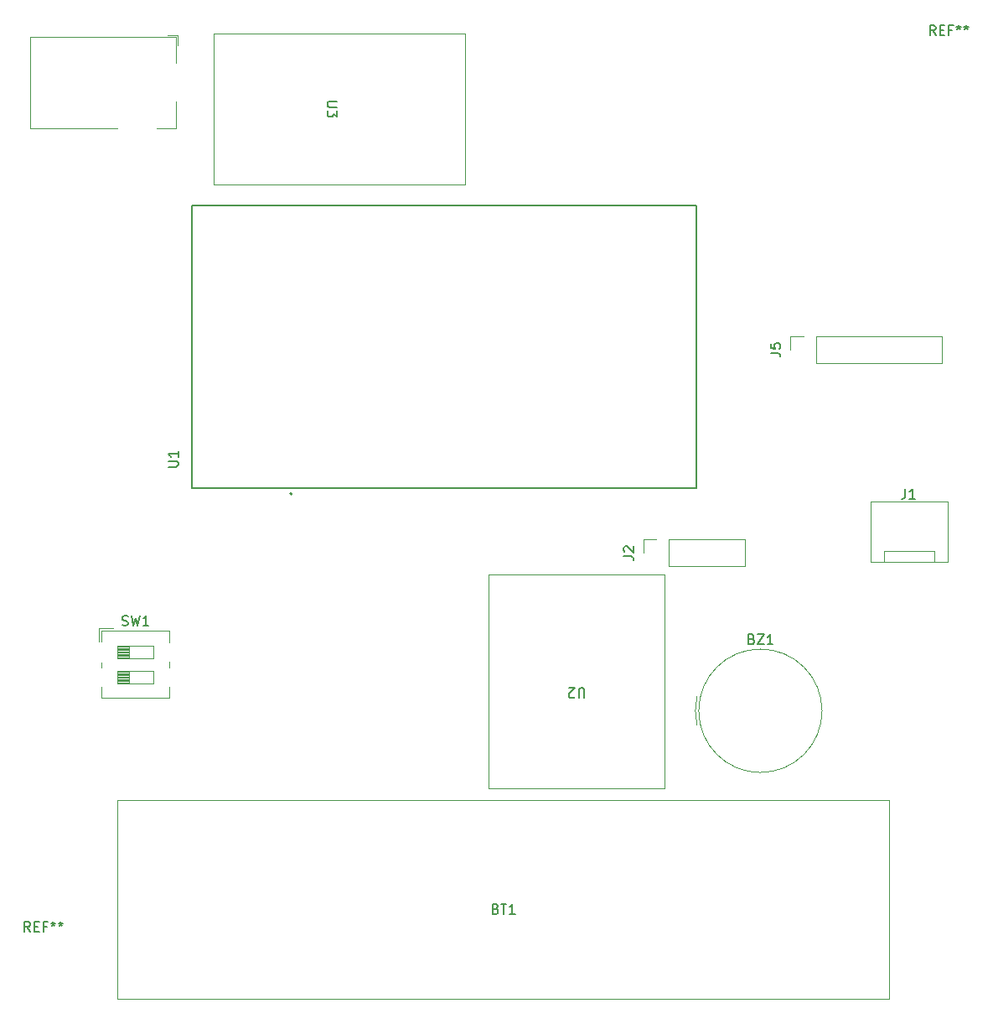
<source format=gbr>
%TF.GenerationSoftware,KiCad,Pcbnew,8.0.4*%
%TF.CreationDate,2024-09-12T20:04:55-05:00*%
%TF.ProjectId,PCB 1,50434220-312e-46b6-9963-61645f706362,rev?*%
%TF.SameCoordinates,Original*%
%TF.FileFunction,Legend,Top*%
%TF.FilePolarity,Positive*%
%FSLAX46Y46*%
G04 Gerber Fmt 4.6, Leading zero omitted, Abs format (unit mm)*
G04 Created by KiCad (PCBNEW 8.0.4) date 2024-09-12 20:04:55*
%MOMM*%
%LPD*%
G01*
G04 APERTURE LIST*
%ADD10C,0.150000*%
%ADD11C,0.120000*%
%ADD12C,0.127000*%
%ADD13C,0.200000*%
G04 APERTURE END LIST*
D10*
X177484819Y-83333333D02*
X178199104Y-83333333D01*
X178199104Y-83333333D02*
X178341961Y-83380952D01*
X178341961Y-83380952D02*
X178437200Y-83476190D01*
X178437200Y-83476190D02*
X178484819Y-83619047D01*
X178484819Y-83619047D02*
X178484819Y-83714285D01*
X177484819Y-82380952D02*
X177484819Y-82857142D01*
X177484819Y-82857142D02*
X177961009Y-82904761D01*
X177961009Y-82904761D02*
X177913390Y-82857142D01*
X177913390Y-82857142D02*
X177865771Y-82761904D01*
X177865771Y-82761904D02*
X177865771Y-82523809D01*
X177865771Y-82523809D02*
X177913390Y-82428571D01*
X177913390Y-82428571D02*
X177961009Y-82380952D01*
X177961009Y-82380952D02*
X178056247Y-82333333D01*
X178056247Y-82333333D02*
X178294342Y-82333333D01*
X178294342Y-82333333D02*
X178389580Y-82380952D01*
X178389580Y-82380952D02*
X178437200Y-82428571D01*
X178437200Y-82428571D02*
X178484819Y-82523809D01*
X178484819Y-82523809D02*
X178484819Y-82761904D01*
X178484819Y-82761904D02*
X178437200Y-82857142D01*
X178437200Y-82857142D02*
X178389580Y-82904761D01*
X133705180Y-57928095D02*
X132895657Y-57928095D01*
X132895657Y-57928095D02*
X132800419Y-57975714D01*
X132800419Y-57975714D02*
X132752800Y-58023333D01*
X132752800Y-58023333D02*
X132705180Y-58118571D01*
X132705180Y-58118571D02*
X132705180Y-58309047D01*
X132705180Y-58309047D02*
X132752800Y-58404285D01*
X132752800Y-58404285D02*
X132800419Y-58451904D01*
X132800419Y-58451904D02*
X132895657Y-58499523D01*
X132895657Y-58499523D02*
X133705180Y-58499523D01*
X133705180Y-58880476D02*
X133705180Y-59499523D01*
X133705180Y-59499523D02*
X133324228Y-59166190D01*
X133324228Y-59166190D02*
X133324228Y-59309047D01*
X133324228Y-59309047D02*
X133276609Y-59404285D01*
X133276609Y-59404285D02*
X133228990Y-59451904D01*
X133228990Y-59451904D02*
X133133752Y-59499523D01*
X133133752Y-59499523D02*
X132895657Y-59499523D01*
X132895657Y-59499523D02*
X132800419Y-59451904D01*
X132800419Y-59451904D02*
X132752800Y-59404285D01*
X132752800Y-59404285D02*
X132705180Y-59309047D01*
X132705180Y-59309047D02*
X132705180Y-59023333D01*
X132705180Y-59023333D02*
X132752800Y-58928095D01*
X132752800Y-58928095D02*
X132800419Y-58880476D01*
X191086666Y-97054819D02*
X191086666Y-97769104D01*
X191086666Y-97769104D02*
X191039047Y-97911961D01*
X191039047Y-97911961D02*
X190943809Y-98007200D01*
X190943809Y-98007200D02*
X190800952Y-98054819D01*
X190800952Y-98054819D02*
X190705714Y-98054819D01*
X192086666Y-98054819D02*
X191515238Y-98054819D01*
X191800952Y-98054819D02*
X191800952Y-97054819D01*
X191800952Y-97054819D02*
X191705714Y-97197676D01*
X191705714Y-97197676D02*
X191610476Y-97292914D01*
X191610476Y-97292914D02*
X191515238Y-97340533D01*
X158681904Y-118155180D02*
X158681904Y-117345657D01*
X158681904Y-117345657D02*
X158634285Y-117250419D01*
X158634285Y-117250419D02*
X158586666Y-117202800D01*
X158586666Y-117202800D02*
X158491428Y-117155180D01*
X158491428Y-117155180D02*
X158300952Y-117155180D01*
X158300952Y-117155180D02*
X158205714Y-117202800D01*
X158205714Y-117202800D02*
X158158095Y-117250419D01*
X158158095Y-117250419D02*
X158110476Y-117345657D01*
X158110476Y-117345657D02*
X158110476Y-118155180D01*
X157681904Y-118059942D02*
X157634285Y-118107561D01*
X157634285Y-118107561D02*
X157539047Y-118155180D01*
X157539047Y-118155180D02*
X157300952Y-118155180D01*
X157300952Y-118155180D02*
X157205714Y-118107561D01*
X157205714Y-118107561D02*
X157158095Y-118059942D01*
X157158095Y-118059942D02*
X157110476Y-117964704D01*
X157110476Y-117964704D02*
X157110476Y-117869466D01*
X157110476Y-117869466D02*
X157158095Y-117726609D01*
X157158095Y-117726609D02*
X157729523Y-117155180D01*
X157729523Y-117155180D02*
X157110476Y-117155180D01*
X111976667Y-110797200D02*
X112119524Y-110844819D01*
X112119524Y-110844819D02*
X112357619Y-110844819D01*
X112357619Y-110844819D02*
X112452857Y-110797200D01*
X112452857Y-110797200D02*
X112500476Y-110749580D01*
X112500476Y-110749580D02*
X112548095Y-110654342D01*
X112548095Y-110654342D02*
X112548095Y-110559104D01*
X112548095Y-110559104D02*
X112500476Y-110463866D01*
X112500476Y-110463866D02*
X112452857Y-110416247D01*
X112452857Y-110416247D02*
X112357619Y-110368628D01*
X112357619Y-110368628D02*
X112167143Y-110321009D01*
X112167143Y-110321009D02*
X112071905Y-110273390D01*
X112071905Y-110273390D02*
X112024286Y-110225771D01*
X112024286Y-110225771D02*
X111976667Y-110130533D01*
X111976667Y-110130533D02*
X111976667Y-110035295D01*
X111976667Y-110035295D02*
X112024286Y-109940057D01*
X112024286Y-109940057D02*
X112071905Y-109892438D01*
X112071905Y-109892438D02*
X112167143Y-109844819D01*
X112167143Y-109844819D02*
X112405238Y-109844819D01*
X112405238Y-109844819D02*
X112548095Y-109892438D01*
X112881429Y-109844819D02*
X113119524Y-110844819D01*
X113119524Y-110844819D02*
X113310000Y-110130533D01*
X113310000Y-110130533D02*
X113500476Y-110844819D01*
X113500476Y-110844819D02*
X113738572Y-109844819D01*
X114643333Y-110844819D02*
X114071905Y-110844819D01*
X114357619Y-110844819D02*
X114357619Y-109844819D01*
X114357619Y-109844819D02*
X114262381Y-109987676D01*
X114262381Y-109987676D02*
X114167143Y-110082914D01*
X114167143Y-110082914D02*
X114071905Y-110130533D01*
X102666666Y-141754819D02*
X102333333Y-141278628D01*
X102095238Y-141754819D02*
X102095238Y-140754819D01*
X102095238Y-140754819D02*
X102476190Y-140754819D01*
X102476190Y-140754819D02*
X102571428Y-140802438D01*
X102571428Y-140802438D02*
X102619047Y-140850057D01*
X102619047Y-140850057D02*
X102666666Y-140945295D01*
X102666666Y-140945295D02*
X102666666Y-141088152D01*
X102666666Y-141088152D02*
X102619047Y-141183390D01*
X102619047Y-141183390D02*
X102571428Y-141231009D01*
X102571428Y-141231009D02*
X102476190Y-141278628D01*
X102476190Y-141278628D02*
X102095238Y-141278628D01*
X103095238Y-141231009D02*
X103428571Y-141231009D01*
X103571428Y-141754819D02*
X103095238Y-141754819D01*
X103095238Y-141754819D02*
X103095238Y-140754819D01*
X103095238Y-140754819D02*
X103571428Y-140754819D01*
X104333333Y-141231009D02*
X104000000Y-141231009D01*
X104000000Y-141754819D02*
X104000000Y-140754819D01*
X104000000Y-140754819D02*
X104476190Y-140754819D01*
X105000000Y-140754819D02*
X105000000Y-140992914D01*
X104761905Y-140897676D02*
X105000000Y-140992914D01*
X105000000Y-140992914D02*
X105238095Y-140897676D01*
X104857143Y-141183390D02*
X105000000Y-140992914D01*
X105000000Y-140992914D02*
X105142857Y-141183390D01*
X105761905Y-140754819D02*
X105761905Y-140992914D01*
X105523810Y-140897676D02*
X105761905Y-140992914D01*
X105761905Y-140992914D02*
X106000000Y-140897676D01*
X105619048Y-141183390D02*
X105761905Y-140992914D01*
X105761905Y-140992914D02*
X105904762Y-141183390D01*
X194166666Y-51254819D02*
X193833333Y-50778628D01*
X193595238Y-51254819D02*
X193595238Y-50254819D01*
X193595238Y-50254819D02*
X193976190Y-50254819D01*
X193976190Y-50254819D02*
X194071428Y-50302438D01*
X194071428Y-50302438D02*
X194119047Y-50350057D01*
X194119047Y-50350057D02*
X194166666Y-50445295D01*
X194166666Y-50445295D02*
X194166666Y-50588152D01*
X194166666Y-50588152D02*
X194119047Y-50683390D01*
X194119047Y-50683390D02*
X194071428Y-50731009D01*
X194071428Y-50731009D02*
X193976190Y-50778628D01*
X193976190Y-50778628D02*
X193595238Y-50778628D01*
X194595238Y-50731009D02*
X194928571Y-50731009D01*
X195071428Y-51254819D02*
X194595238Y-51254819D01*
X194595238Y-51254819D02*
X194595238Y-50254819D01*
X194595238Y-50254819D02*
X195071428Y-50254819D01*
X195833333Y-50731009D02*
X195500000Y-50731009D01*
X195500000Y-51254819D02*
X195500000Y-50254819D01*
X195500000Y-50254819D02*
X195976190Y-50254819D01*
X196500000Y-50254819D02*
X196500000Y-50492914D01*
X196261905Y-50397676D02*
X196500000Y-50492914D01*
X196500000Y-50492914D02*
X196738095Y-50397676D01*
X196357143Y-50683390D02*
X196500000Y-50492914D01*
X196500000Y-50492914D02*
X196642857Y-50683390D01*
X197261905Y-50254819D02*
X197261905Y-50492914D01*
X197023810Y-50397676D02*
X197261905Y-50492914D01*
X197261905Y-50492914D02*
X197500000Y-50397676D01*
X197119048Y-50683390D02*
X197261905Y-50492914D01*
X197261905Y-50492914D02*
X197404762Y-50683390D01*
X175579047Y-112211009D02*
X175721904Y-112258628D01*
X175721904Y-112258628D02*
X175769523Y-112306247D01*
X175769523Y-112306247D02*
X175817142Y-112401485D01*
X175817142Y-112401485D02*
X175817142Y-112544342D01*
X175817142Y-112544342D02*
X175769523Y-112639580D01*
X175769523Y-112639580D02*
X175721904Y-112687200D01*
X175721904Y-112687200D02*
X175626666Y-112734819D01*
X175626666Y-112734819D02*
X175245714Y-112734819D01*
X175245714Y-112734819D02*
X175245714Y-111734819D01*
X175245714Y-111734819D02*
X175579047Y-111734819D01*
X175579047Y-111734819D02*
X175674285Y-111782438D01*
X175674285Y-111782438D02*
X175721904Y-111830057D01*
X175721904Y-111830057D02*
X175769523Y-111925295D01*
X175769523Y-111925295D02*
X175769523Y-112020533D01*
X175769523Y-112020533D02*
X175721904Y-112115771D01*
X175721904Y-112115771D02*
X175674285Y-112163390D01*
X175674285Y-112163390D02*
X175579047Y-112211009D01*
X175579047Y-112211009D02*
X175245714Y-112211009D01*
X176150476Y-111734819D02*
X176817142Y-111734819D01*
X176817142Y-111734819D02*
X176150476Y-112734819D01*
X176150476Y-112734819D02*
X176817142Y-112734819D01*
X177721904Y-112734819D02*
X177150476Y-112734819D01*
X177436190Y-112734819D02*
X177436190Y-111734819D01*
X177436190Y-111734819D02*
X177340952Y-111877676D01*
X177340952Y-111877676D02*
X177245714Y-111972914D01*
X177245714Y-111972914D02*
X177150476Y-112020533D01*
X149714285Y-139431009D02*
X149857142Y-139478628D01*
X149857142Y-139478628D02*
X149904761Y-139526247D01*
X149904761Y-139526247D02*
X149952380Y-139621485D01*
X149952380Y-139621485D02*
X149952380Y-139764342D01*
X149952380Y-139764342D02*
X149904761Y-139859580D01*
X149904761Y-139859580D02*
X149857142Y-139907200D01*
X149857142Y-139907200D02*
X149761904Y-139954819D01*
X149761904Y-139954819D02*
X149380952Y-139954819D01*
X149380952Y-139954819D02*
X149380952Y-138954819D01*
X149380952Y-138954819D02*
X149714285Y-138954819D01*
X149714285Y-138954819D02*
X149809523Y-139002438D01*
X149809523Y-139002438D02*
X149857142Y-139050057D01*
X149857142Y-139050057D02*
X149904761Y-139145295D01*
X149904761Y-139145295D02*
X149904761Y-139240533D01*
X149904761Y-139240533D02*
X149857142Y-139335771D01*
X149857142Y-139335771D02*
X149809523Y-139383390D01*
X149809523Y-139383390D02*
X149714285Y-139431009D01*
X149714285Y-139431009D02*
X149380952Y-139431009D01*
X150238095Y-138954819D02*
X150809523Y-138954819D01*
X150523809Y-139954819D02*
X150523809Y-138954819D01*
X151666666Y-139954819D02*
X151095238Y-139954819D01*
X151380952Y-139954819D02*
X151380952Y-138954819D01*
X151380952Y-138954819D02*
X151285714Y-139097676D01*
X151285714Y-139097676D02*
X151190476Y-139192914D01*
X151190476Y-139192914D02*
X151095238Y-139240533D01*
X162644819Y-103833333D02*
X163359104Y-103833333D01*
X163359104Y-103833333D02*
X163501961Y-103880952D01*
X163501961Y-103880952D02*
X163597200Y-103976190D01*
X163597200Y-103976190D02*
X163644819Y-104119047D01*
X163644819Y-104119047D02*
X163644819Y-104214285D01*
X162740057Y-103404761D02*
X162692438Y-103357142D01*
X162692438Y-103357142D02*
X162644819Y-103261904D01*
X162644819Y-103261904D02*
X162644819Y-103023809D01*
X162644819Y-103023809D02*
X162692438Y-102928571D01*
X162692438Y-102928571D02*
X162740057Y-102880952D01*
X162740057Y-102880952D02*
X162835295Y-102833333D01*
X162835295Y-102833333D02*
X162930533Y-102833333D01*
X162930533Y-102833333D02*
X163073390Y-102880952D01*
X163073390Y-102880952D02*
X163644819Y-103452380D01*
X163644819Y-103452380D02*
X163644819Y-102833333D01*
X116629819Y-94816904D02*
X117439342Y-94816904D01*
X117439342Y-94816904D02*
X117534580Y-94769285D01*
X117534580Y-94769285D02*
X117582200Y-94721666D01*
X117582200Y-94721666D02*
X117629819Y-94626428D01*
X117629819Y-94626428D02*
X117629819Y-94435952D01*
X117629819Y-94435952D02*
X117582200Y-94340714D01*
X117582200Y-94340714D02*
X117534580Y-94293095D01*
X117534580Y-94293095D02*
X117439342Y-94245476D01*
X117439342Y-94245476D02*
X116629819Y-94245476D01*
X117629819Y-93245476D02*
X117629819Y-93816904D01*
X117629819Y-93531190D02*
X116629819Y-93531190D01*
X116629819Y-93531190D02*
X116772676Y-93626428D01*
X116772676Y-93626428D02*
X116867914Y-93721666D01*
X116867914Y-93721666D02*
X116915533Y-93816904D01*
D11*
%TO.C,J5*%
X179470000Y-81670000D02*
X180800000Y-81670000D01*
X179470000Y-83000000D02*
X179470000Y-81670000D01*
X182070000Y-81670000D02*
X194830000Y-81670000D01*
X182070000Y-84330000D02*
X182070000Y-81670000D01*
X182070000Y-84330000D02*
X194830000Y-84330000D01*
X194830000Y-84330000D02*
X194830000Y-81670000D01*
%TO.C,U3*%
X146630000Y-51070000D02*
X121230000Y-51070000D01*
X121230000Y-66310000D01*
X146630000Y-66310000D01*
X146630000Y-51070000D01*
%TO.C,J1*%
X187570000Y-98350000D02*
X195370000Y-98350000D01*
X187570000Y-104400000D02*
X187570000Y-98350000D01*
X188920000Y-103290000D02*
X194000000Y-103290000D01*
X188920000Y-104300000D02*
X188920000Y-103290000D01*
X194000000Y-103290000D02*
X194000000Y-104300000D01*
X195370000Y-98350000D02*
X195370000Y-104400000D01*
X195370000Y-104400000D02*
X187570000Y-104400000D01*
%TO.C,U2*%
X166810000Y-127270000D02*
X149030000Y-127270000D01*
X149030000Y-105680000D01*
X166810000Y-105680000D01*
X166810000Y-127270000D01*
%TO.C,J3*%
X102700000Y-51442500D02*
X117400000Y-51442500D01*
X102700000Y-60642500D02*
X102700000Y-51442500D01*
X111500000Y-60642500D02*
X102700000Y-60642500D01*
X116550000Y-51242500D02*
X117600000Y-51242500D01*
X117400000Y-51442500D02*
X117400000Y-54042500D01*
X117400000Y-57942500D02*
X117400000Y-60642500D01*
X117400000Y-60642500D02*
X115500000Y-60642500D01*
X117600000Y-52292500D02*
X117600000Y-51242500D01*
%TO.C,SW1*%
X109660000Y-111150000D02*
X109660000Y-112460000D01*
X109660000Y-111150000D02*
X111043000Y-111150000D01*
X109900000Y-111390000D02*
X109900000Y-112460000D01*
X109900000Y-111390000D02*
X116721000Y-111390000D01*
X109900000Y-114540000D02*
X109900000Y-115051000D01*
X109900000Y-117030000D02*
X109900000Y-118150000D01*
X109900000Y-118150000D02*
X116721000Y-118150000D01*
X111500000Y-112865000D02*
X111500000Y-114135000D01*
X111500000Y-112985000D02*
X112706667Y-112985000D01*
X111500000Y-113105000D02*
X112706667Y-113105000D01*
X111500000Y-113225000D02*
X112706667Y-113225000D01*
X111500000Y-113345000D02*
X112706667Y-113345000D01*
X111500000Y-113465000D02*
X112706667Y-113465000D01*
X111500000Y-113585000D02*
X112706667Y-113585000D01*
X111500000Y-113705000D02*
X112706667Y-113705000D01*
X111500000Y-113825000D02*
X112706667Y-113825000D01*
X111500000Y-113945000D02*
X112706667Y-113945000D01*
X111500000Y-114065000D02*
X112706667Y-114065000D01*
X111500000Y-114135000D02*
X115120000Y-114135000D01*
X111500000Y-115405000D02*
X111500000Y-116675000D01*
X111500000Y-115525000D02*
X112706667Y-115525000D01*
X111500000Y-115645000D02*
X112706667Y-115645000D01*
X111500000Y-115765000D02*
X112706667Y-115765000D01*
X111500000Y-115885000D02*
X112706667Y-115885000D01*
X111500000Y-116005000D02*
X112706667Y-116005000D01*
X111500000Y-116125000D02*
X112706667Y-116125000D01*
X111500000Y-116245000D02*
X112706667Y-116245000D01*
X111500000Y-116365000D02*
X112706667Y-116365000D01*
X111500000Y-116485000D02*
X112706667Y-116485000D01*
X111500000Y-116605000D02*
X112706667Y-116605000D01*
X111500000Y-116675000D02*
X115120000Y-116675000D01*
X112706667Y-112865000D02*
X112706667Y-114135000D01*
X112706667Y-115405000D02*
X112706667Y-116675000D01*
X115120000Y-112865000D02*
X111500000Y-112865000D01*
X115120000Y-114135000D02*
X115120000Y-112865000D01*
X115120000Y-115405000D02*
X111500000Y-115405000D01*
X115120000Y-116675000D02*
X115120000Y-115405000D01*
X116721000Y-111390000D02*
X116721000Y-112510000D01*
X116721000Y-114490000D02*
X116721000Y-115051000D01*
X116721000Y-117030000D02*
X116721000Y-118150000D01*
%TO.C,BZ1*%
X170060000Y-120949999D02*
G75*
G02*
X170060000Y-117950000I6400000J1499999D01*
G01*
X182690000Y-119450000D02*
G75*
G02*
X170230000Y-119450000I-6230000J0D01*
G01*
X170230000Y-119450000D02*
G75*
G02*
X182690000Y-119450000I6230000J0D01*
G01*
%TO.C,BT1*%
X111500000Y-128450000D02*
X189500000Y-128450000D01*
X111500000Y-148550000D02*
X111500000Y-128450000D01*
X189500000Y-128450000D02*
X189500000Y-148550000D01*
X189500000Y-148550000D02*
X111500000Y-148550000D01*
%TO.C,J2*%
X164630000Y-102170000D02*
X165960000Y-102170000D01*
X164630000Y-103500000D02*
X164630000Y-102170000D01*
X167230000Y-102170000D02*
X174910000Y-102170000D01*
X167230000Y-104830000D02*
X167230000Y-102170000D01*
X167230000Y-104830000D02*
X174910000Y-104830000D01*
X174910000Y-104830000D02*
X174910000Y-102170000D01*
D12*
%TO.C,U1*%
X119060000Y-68470000D02*
X170010000Y-68470000D01*
X119060000Y-68470000D02*
X170010000Y-68470000D01*
X119060000Y-79200000D02*
X119060000Y-68470000D01*
X119060000Y-85911000D02*
X119060000Y-79200000D01*
X119060000Y-96980000D02*
X119060000Y-68470000D01*
X119060000Y-96980000D02*
X119060000Y-85911000D01*
X170010000Y-68470000D02*
X170010000Y-96980000D01*
X170010000Y-73920000D02*
X170010000Y-68470000D01*
X170010000Y-91610000D02*
X170010000Y-73920000D01*
X170010000Y-96980000D02*
X119060000Y-96980000D01*
X170010000Y-96980000D02*
X119060000Y-96980000D01*
X170010000Y-96980000D02*
X170010000Y-91610000D01*
D13*
X129120000Y-97550000D02*
G75*
G02*
X128920000Y-97550000I-100000J0D01*
G01*
X128920000Y-97550000D02*
G75*
G02*
X129120000Y-97550000I100000J0D01*
G01*
%TD*%
M02*

</source>
